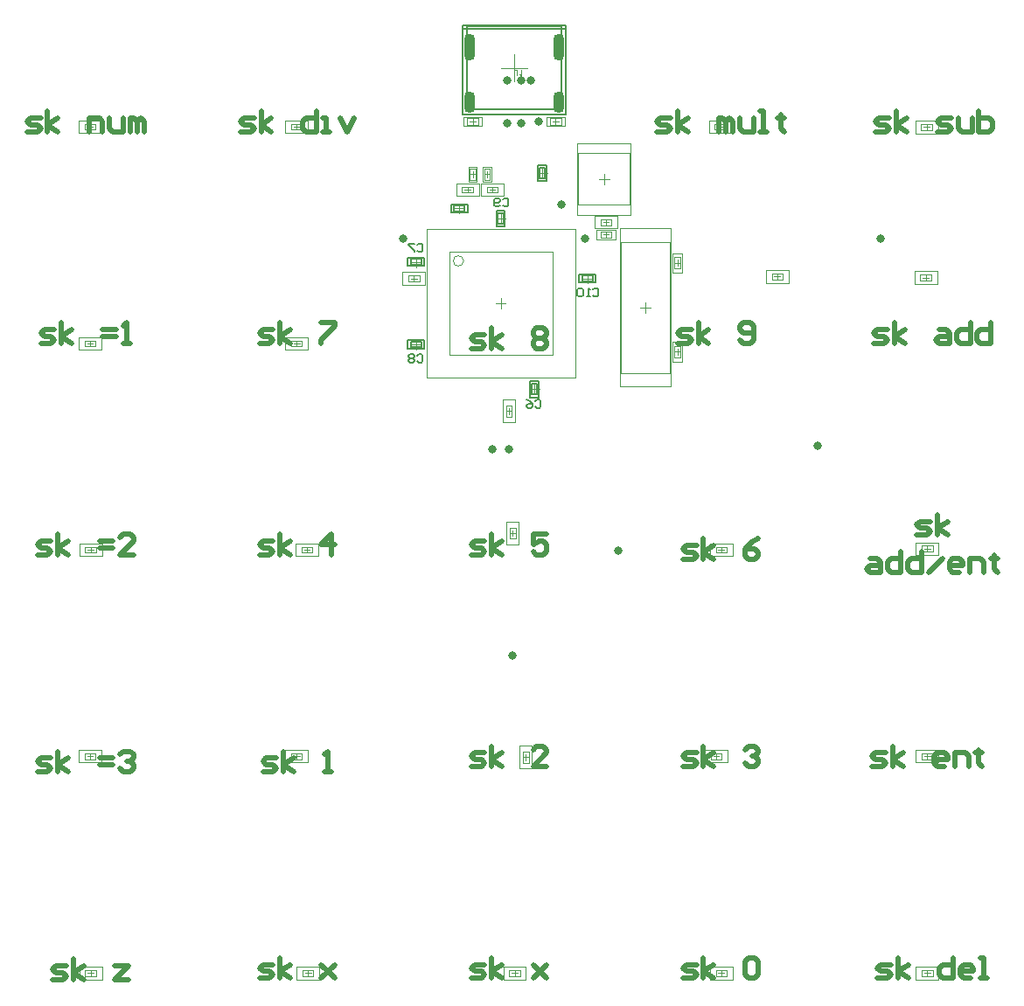
<source format=gts>
G04*
G04 #@! TF.GenerationSoftware,Altium Limited,Altium Designer,20.1.14 (287)*
G04*
G04 Layer_Color=8388736*
%FSLAX25Y25*%
%MOIN*%
G70*
G04*
G04 #@! TF.SameCoordinates,6159EE71-3121-4CAE-BACB-EE203CEA38BF*
G04*
G04*
G04 #@! TF.FilePolarity,Negative*
G04*
G01*
G75*
%ADD10C,0.00394*%
%ADD11C,0.00197*%
%ADD12C,0.00787*%
%ADD13C,0.00600*%
%ADD14C,0.01968*%
G04:AMPARAMS|DCode=15|XSize=43.31mil|YSize=82.68mil|CornerRadius=21.65mil|HoleSize=0mil|Usage=FLASHONLY|Rotation=0.000|XOffset=0mil|YOffset=0mil|HoleType=Round|Shape=RoundedRectangle|*
%AMROUNDEDRECTD15*
21,1,0.04331,0.03937,0,0,0.0*
21,1,0.00000,0.08268,0,0,0.0*
1,1,0.04331,0.00000,-0.01968*
1,1,0.04331,0.00000,-0.01968*
1,1,0.04331,0.00000,0.01968*
1,1,0.04331,0.00000,0.01968*
%
%ADD15ROUNDEDRECTD15*%
G04:AMPARAMS|DCode=16|XSize=43.31mil|YSize=102.36mil|CornerRadius=21.65mil|HoleSize=0mil|Usage=FLASHONLY|Rotation=0.000|XOffset=0mil|YOffset=0mil|HoleType=Round|Shape=RoundedRectangle|*
%AMROUNDEDRECTD16*
21,1,0.04331,0.05906,0,0,0.0*
21,1,0.00000,0.10236,0,0,0.0*
1,1,0.04331,0.00000,-0.02953*
1,1,0.04331,0.00000,-0.02953*
1,1,0.04331,0.00000,0.02953*
1,1,0.04331,0.00000,0.02953*
%
%ADD16ROUNDEDRECTD16*%
%ADD17C,0.03200*%
G36*
X205721Y381373D02*
X205520D01*
X205505Y381404D01*
X205485Y381434D01*
X205444Y381495D01*
X205398Y381552D01*
X205352Y381605D01*
X205330Y381626D01*
X205311Y381648D01*
X205293Y381665D01*
X205278Y381681D01*
X205263Y381694D01*
X205254Y381703D01*
X205248Y381709D01*
X205245Y381711D01*
X205171Y381772D01*
X205093Y381829D01*
X205016Y381879D01*
X204982Y381903D01*
X204947Y381923D01*
X204914Y381942D01*
X204886Y381958D01*
X204860Y381973D01*
X204838Y381984D01*
X204820Y381993D01*
X204805Y381999D01*
X204796Y382003D01*
X204794Y382006D01*
Y382304D01*
X204849Y382282D01*
X204905Y382256D01*
X204960Y382230D01*
X205010Y382204D01*
X205032Y382193D01*
X205054Y382180D01*
X205071Y382171D01*
X205086Y382162D01*
X205099Y382156D01*
X205108Y382150D01*
X205115Y382147D01*
X205117Y382145D01*
X205182Y382106D01*
X205239Y382067D01*
X205289Y382030D01*
X205333Y381999D01*
X205350Y381984D01*
X205365Y381971D01*
X205378Y381960D01*
X205392Y381949D01*
X205400Y381942D01*
X205407Y381936D01*
X205409Y381934D01*
X205411Y381931D01*
Y383896D01*
X205721D01*
Y381373D01*
D02*
G37*
G36*
X203512Y383933D02*
X203586Y383924D01*
X203621Y383915D01*
X203652Y383909D01*
X203682Y383900D01*
X203709Y383891D01*
X203735Y383885D01*
X203756Y383876D01*
X203774Y383867D01*
X203791Y383861D01*
X203802Y383856D01*
X203813Y383852D01*
X203818Y383848D01*
X203820D01*
X203879Y383811D01*
X203926Y383767D01*
X203970Y383723D01*
X204003Y383682D01*
X204029Y383643D01*
X204040Y383628D01*
X204046Y383612D01*
X204053Y383601D01*
X204057Y383590D01*
X204062Y383586D01*
Y383584D01*
X204075Y383549D01*
X204088Y383512D01*
X204107Y383434D01*
X204120Y383353D01*
X204131Y383274D01*
X204134Y383237D01*
X204136Y383205D01*
X204138Y383174D01*
Y383148D01*
X204140Y383126D01*
Y383109D01*
Y383100D01*
Y383096D01*
Y381382D01*
X203807D01*
Y383113D01*
Y383152D01*
X203804Y383189D01*
Y383222D01*
X203802Y383253D01*
X203798Y383281D01*
X203796Y383307D01*
X203794Y383331D01*
X203789Y383353D01*
X203787Y383370D01*
X203783Y383385D01*
X203781Y383399D01*
X203778Y383410D01*
X203776Y383418D01*
X203774Y383425D01*
X203772Y383427D01*
Y383429D01*
X203756Y383464D01*
X203737Y383494D01*
X203717Y383521D01*
X203695Y383542D01*
X203676Y383560D01*
X203661Y383573D01*
X203650Y383582D01*
X203645Y383584D01*
X203610Y383604D01*
X203573Y383617D01*
X203538Y383628D01*
X203504Y383634D01*
X203475Y383638D01*
X203451Y383641D01*
X203430D01*
X203399Y383638D01*
X203368Y383636D01*
X203316Y383623D01*
X203270Y383608D01*
X203233Y383588D01*
X203203Y383569D01*
X203181Y383551D01*
X203174Y383545D01*
X203168Y383540D01*
X203166Y383538D01*
X203164Y383536D01*
X203146Y383514D01*
X203131Y383488D01*
X203118Y383460D01*
X203107Y383429D01*
X203087Y383364D01*
X203074Y383298D01*
X203070Y383268D01*
X203065Y383237D01*
X203063Y383211D01*
X203061Y383187D01*
X203059Y383168D01*
X203057Y383154D01*
Y383143D01*
Y383141D01*
X202756Y383183D01*
Y383250D01*
X202760Y383314D01*
X202769Y383375D01*
X202778Y383429D01*
X202791Y383479D01*
X202806Y383527D01*
X202821Y383569D01*
X202836Y383606D01*
X202852Y383638D01*
X202869Y383667D01*
X202882Y383693D01*
X202895Y383713D01*
X202908Y383728D01*
X202917Y383739D01*
X202922Y383745D01*
X202924Y383747D01*
X202959Y383780D01*
X202996Y383811D01*
X203037Y383835D01*
X203079Y383856D01*
X203120Y383876D01*
X203161Y383891D01*
X203203Y383902D01*
X203244Y383913D01*
X203281Y383922D01*
X203318Y383926D01*
X203349Y383930D01*
X203377Y383935D01*
X203399D01*
X203416Y383937D01*
X203432D01*
X203512Y383933D01*
D02*
G37*
D10*
X183465Y311024D02*
G03*
X183465Y311024I-1969J0D01*
G01*
X300959Y306114D02*
X305093D01*
X300959Y303948D02*
X305093D01*
Y306114D01*
X300959Y303948D02*
Y306114D01*
X203306Y205177D02*
Y209311D01*
X201140Y205177D02*
Y209311D01*
Y205177D02*
X203306D01*
X201140Y209311D02*
X203306D01*
X199709Y255790D02*
X201875D01*
X199709Y251656D02*
X201875D01*
X199709D02*
Y255790D01*
X201875Y251656D02*
Y255790D01*
X243504Y318307D02*
X262008D01*
X243504Y268307D02*
X262008D01*
Y318307D01*
X243504Y268307D02*
Y318307D01*
X277658Y120965D02*
X281791D01*
X277658Y123130D02*
X281791D01*
X277658Y120965D02*
Y123130D01*
X281791Y120965D02*
Y123130D01*
X279626Y38287D02*
X283760D01*
X279626Y40453D02*
X283760D01*
X279626Y38287D02*
Y40453D01*
X283760Y38287D02*
Y40453D01*
X200886Y38287D02*
X205020D01*
X200886Y40453D02*
X205020D01*
X200886Y38287D02*
Y40453D01*
X205020Y38287D02*
Y40453D01*
X279232Y361122D02*
X283366D01*
X279232Y363287D02*
X283366D01*
X279232Y361122D02*
Y363287D01*
X283366Y361122D02*
Y363287D01*
X39272Y38287D02*
X43406D01*
X39272Y40453D02*
X43406D01*
X39272Y38287D02*
Y40453D01*
X43406Y38287D02*
Y40453D01*
X39075Y120965D02*
X43209D01*
X39075Y123130D02*
X43209D01*
X39075Y120965D02*
Y123130D01*
X43209Y120965D02*
Y123130D01*
X121752Y199705D02*
X125886D01*
X121752Y201870D02*
X125886D01*
X121752Y199705D02*
Y201870D01*
X125886Y199705D02*
Y201870D01*
X39075Y278445D02*
X43209D01*
X39075Y280610D02*
X43209D01*
X39075Y278445D02*
Y280610D01*
X43209Y278445D02*
Y280610D01*
X117815Y361122D02*
X121949D01*
X117815Y363287D02*
X121949D01*
X117815Y361122D02*
Y363287D01*
X121949Y361122D02*
Y363287D01*
X216339Y362992D02*
Y365354D01*
X220669Y362992D02*
Y365354D01*
X216339Y362992D02*
X220669D01*
X216339Y365354D02*
X220669D01*
X263779Y278543D02*
X266142D01*
X263779Y274213D02*
X266142D01*
X263779D02*
Y278543D01*
X266142Y274213D02*
Y278543D01*
X235728Y319941D02*
X239862D01*
X235728Y322106D02*
X239862D01*
X235728Y319941D02*
Y322106D01*
X239862Y319941D02*
Y322106D01*
X185886Y341988D02*
X188051D01*
X185886Y346122D02*
X188051D01*
Y341988D02*
Y346122D01*
X185886Y341988D02*
Y346122D01*
X235728Y326831D02*
X239862D01*
X235728Y324665D02*
X239862D01*
Y326831D01*
X235728Y324665D02*
Y326831D01*
X182933Y337067D02*
X187067D01*
X182933Y339232D02*
X187067D01*
X182933Y337067D02*
Y339232D01*
X187067Y337067D02*
Y339232D01*
X177953Y314567D02*
X217323D01*
X177953Y275197D02*
X217323D01*
X177953D02*
Y314567D01*
X217323Y275197D02*
Y314567D01*
X227165Y332441D02*
X246850D01*
X227165Y352126D02*
X246850D01*
Y332441D02*
Y352126D01*
X227165Y332441D02*
Y352126D01*
X358169Y123130D02*
X362303D01*
X358169Y120965D02*
X362303D01*
Y123130D01*
X358169Y120965D02*
Y123130D01*
Y40453D02*
X362303D01*
X358169Y38287D02*
X362303D01*
Y40453D01*
X358169Y38287D02*
Y40453D01*
X357893Y363115D02*
X362027D01*
X357893Y360949D02*
X362027D01*
Y363115D01*
X357893Y360949D02*
Y363115D01*
X357601Y305737D02*
X361735D01*
X357601Y303571D02*
X361735D01*
Y305737D01*
X357601Y303571D02*
Y305737D01*
X208307Y119622D02*
Y123756D01*
X206142Y119622D02*
Y123756D01*
Y119622D02*
X208307D01*
X206142Y123756D02*
X208307D01*
X122146Y38287D02*
X126279D01*
X122146Y40453D02*
X126279D01*
X122146Y38287D02*
Y40453D01*
X126279Y38287D02*
Y40453D01*
X117815Y120965D02*
X121949D01*
X117815Y123130D02*
X121949D01*
X117815Y120965D02*
Y123130D01*
X121949Y120965D02*
Y123130D01*
X39272Y199705D02*
X43406D01*
X39272Y201870D02*
X43406D01*
X39272Y199705D02*
Y201870D01*
X43406Y199705D02*
Y201870D01*
X117815Y278445D02*
X121949D01*
X117815Y280610D02*
X121949D01*
X117815Y278445D02*
Y280610D01*
X121949Y278445D02*
Y280610D01*
X39075Y361122D02*
X43209D01*
X39075Y363287D02*
X43209D01*
X39075Y361122D02*
Y363287D01*
X43209Y361122D02*
Y363287D01*
X279626Y199705D02*
X283760D01*
X279626Y201870D02*
X283760D01*
X279626Y199705D02*
Y201870D01*
X283760Y199705D02*
Y201870D01*
X189173Y362992D02*
Y365354D01*
X184843Y362992D02*
Y365354D01*
X189173D01*
X184843Y362992D02*
X189173D01*
X162500Y303248D02*
Y305413D01*
X166634Y303248D02*
Y305413D01*
X162500Y303248D02*
X166634D01*
X162500Y305413D02*
X166634D01*
X191398Y341988D02*
Y346122D01*
X193563Y341988D02*
Y346122D01*
X191398D02*
X193563D01*
X191398Y341988D02*
X193563D01*
X263779Y308071D02*
X266142D01*
X263779Y312402D02*
X266142D01*
Y308071D02*
Y312402D01*
X263779Y308071D02*
Y312402D01*
X358210Y200215D02*
Y202381D01*
X362343Y200215D02*
Y202381D01*
X358210Y200215D02*
X362343D01*
X358210Y202381D02*
X362343D01*
X192382Y337067D02*
X196516D01*
X192382Y339232D02*
X196516D01*
X192382Y337067D02*
Y339232D01*
X196516Y337067D02*
Y339232D01*
X252756Y291339D02*
Y295276D01*
X250787Y293307D02*
X254724D01*
X217323Y364173D02*
X219685D01*
X218504Y362992D02*
Y365354D01*
X264961Y275197D02*
Y277559D01*
X263779Y276378D02*
X266142D01*
X237795Y319941D02*
Y322106D01*
X236713Y321024D02*
X238878D01*
X186969Y342972D02*
Y345138D01*
X185886Y344055D02*
X188051D01*
X237795Y324665D02*
Y326831D01*
X236713Y325748D02*
X238878D01*
X185000Y337067D02*
Y339232D01*
X183917Y338150D02*
X186083D01*
X197638Y292913D02*
Y296850D01*
X195669Y294882D02*
X199606D01*
X235039Y342284D02*
X238976D01*
X237008Y340315D02*
Y344252D01*
X185827Y364173D02*
X188189D01*
X187008Y362992D02*
Y365354D01*
X163484Y304331D02*
X165650D01*
X164567Y303248D02*
Y305413D01*
X191398Y344055D02*
X193563D01*
X192480Y342972D02*
Y345138D01*
X264961Y309055D02*
Y311417D01*
X263779Y310236D02*
X266142D01*
X194449Y337067D02*
Y339232D01*
X193366Y338150D02*
X195531D01*
X197642Y384646D02*
X207870D01*
X202756Y379532D02*
Y389760D01*
X211446Y344529D02*
X215384D01*
X213415Y342561D02*
Y346498D01*
X181876Y329050D02*
Y332987D01*
X179907Y331019D02*
X183844D01*
X197638Y325197D02*
Y329134D01*
X195669Y327165D02*
X199606D01*
X163386Y310630D02*
X167323D01*
X165354Y308661D02*
Y312598D01*
X228740Y304331D02*
X232677D01*
X230709Y302362D02*
Y306299D01*
X163386Y279134D02*
X167323D01*
X165354Y277165D02*
Y281102D01*
X210386Y260189D02*
Y264126D01*
X208418Y262158D02*
X212354D01*
D11*
X303026Y303948D02*
Y306114D01*
X301943Y305031D02*
X304108D01*
X298695Y307393D02*
X307356D01*
X298695Y302669D02*
X307356D01*
Y307393D01*
X298695Y302669D02*
Y307393D01*
X201140Y207244D02*
X203306D01*
X202223Y206161D02*
Y208326D01*
X204585Y202913D02*
Y211574D01*
X199861Y202913D02*
Y211574D01*
Y202913D02*
X204585D01*
X199861Y211574D02*
X204585D01*
X198430Y258054D02*
X203154D01*
X198430Y249392D02*
X203154D01*
X198430D02*
Y258054D01*
X203154Y249392D02*
Y258054D01*
X200792Y252640D02*
Y254806D01*
X199709Y253723D02*
X201875D01*
X243110Y263189D02*
Y323425D01*
X262402Y263189D02*
Y323425D01*
X243110Y263189D02*
X262402D01*
X243110Y323425D02*
X262402D01*
X279724Y120965D02*
Y123130D01*
X278642Y122047D02*
X280807D01*
X275394Y119685D02*
X284055D01*
X275394Y124409D02*
X284055D01*
X275394Y119685D02*
Y124409D01*
X284055Y119685D02*
Y124409D01*
X281693Y38287D02*
Y40453D01*
X280610Y39370D02*
X282776D01*
X277362Y37008D02*
X286024D01*
X277362Y41732D02*
X286024D01*
X277362Y37008D02*
Y41732D01*
X286024Y37008D02*
Y41732D01*
X202953Y38287D02*
Y40453D01*
X201870Y39370D02*
X204035D01*
X198622Y37008D02*
X207283D01*
X198622Y41732D02*
X207283D01*
X198622Y37008D02*
Y41732D01*
X207283Y37008D02*
Y41732D01*
X281299Y361122D02*
Y363287D01*
X280217Y362205D02*
X282382D01*
X276969Y359842D02*
X285630D01*
X276969Y364567D02*
X285630D01*
X276969Y359842D02*
Y364567D01*
X285630Y359842D02*
Y364567D01*
X41339Y38287D02*
Y40453D01*
X40256Y39370D02*
X42421D01*
X37008Y37008D02*
X45669D01*
X37008Y41732D02*
X45669D01*
X37008Y37008D02*
Y41732D01*
X45669Y37008D02*
Y41732D01*
X41142Y120965D02*
Y123130D01*
X40059Y122047D02*
X42224D01*
X36811Y119685D02*
X45472D01*
X36811Y124409D02*
X45472D01*
X36811Y119685D02*
Y124409D01*
X45472Y119685D02*
Y124409D01*
X123819Y199705D02*
Y201870D01*
X122736Y200787D02*
X124902D01*
X119488Y198425D02*
X128150D01*
X119488Y203150D02*
X128150D01*
X119488Y198425D02*
Y203150D01*
X128150Y198425D02*
Y203150D01*
X41142Y278445D02*
Y280610D01*
X40059Y279528D02*
X42224D01*
X36811Y277165D02*
X45472D01*
X36811Y281890D02*
X45472D01*
X36811Y277165D02*
Y281890D01*
X45472Y277165D02*
Y281890D01*
X119882Y361122D02*
Y363287D01*
X118799Y362205D02*
X120965D01*
X115551Y359842D02*
X124213D01*
X115551Y364567D02*
X124213D01*
X115551Y359842D02*
Y364567D01*
X124213Y359842D02*
Y364567D01*
X214961Y362402D02*
Y365945D01*
X222047Y362402D02*
Y365945D01*
X214961Y362402D02*
X222047D01*
X214961Y365945D02*
X222047D01*
X262992Y280118D02*
X266929D01*
X262992Y272638D02*
X266929D01*
X262992D02*
Y280118D01*
X266929Y272638D02*
Y280118D01*
X234252Y319252D02*
X241339D01*
X234252Y322795D02*
X241339D01*
X234252Y319252D02*
Y322795D01*
X241339Y319252D02*
Y322795D01*
X185394Y341102D02*
X188543D01*
X185394Y347008D02*
X188543D01*
Y341102D02*
Y347008D01*
X185394Y341102D02*
Y347008D01*
X233465Y328110D02*
X242126D01*
X233465Y323386D02*
X242126D01*
Y328110D01*
X233465Y323386D02*
Y328110D01*
X180669Y335787D02*
X189331D01*
X180669Y340512D02*
X189331D01*
X180669Y335787D02*
Y340512D01*
X189331Y335787D02*
Y340512D01*
X169291Y323228D02*
X225984D01*
X169291Y266535D02*
X225984D01*
X169291D02*
Y323228D01*
X225984Y266535D02*
Y323228D01*
X226772Y328563D02*
X247244D01*
X226772D02*
Y356004D01*
X247244Y328563D02*
Y356004D01*
X226772D02*
X247244D01*
X360236Y120965D02*
Y123130D01*
X359154Y122047D02*
X361319D01*
X355906Y124409D02*
X364567D01*
X355906Y119685D02*
X364567D01*
Y124409D01*
X355906Y119685D02*
Y124409D01*
X360236Y38287D02*
Y40453D01*
X359154Y39370D02*
X361319D01*
X355906Y41732D02*
X364567D01*
X355906Y37008D02*
X364567D01*
Y41732D01*
X355906Y37008D02*
Y41732D01*
X359960Y360949D02*
Y363115D01*
X358877Y362032D02*
X361043D01*
X355629Y364394D02*
X364291D01*
X355629Y359670D02*
X364291D01*
Y364394D01*
X355629Y359670D02*
Y364394D01*
X359668Y303571D02*
Y305737D01*
X358585Y304654D02*
X360751D01*
X355337Y307016D02*
X363999D01*
X355337Y302292D02*
X363999D01*
Y307016D01*
X355337Y302292D02*
Y307016D01*
X206142Y121689D02*
X208307D01*
X207224Y120606D02*
Y122772D01*
X209587Y117358D02*
Y126020D01*
X204862Y117358D02*
Y126020D01*
Y117358D02*
X209587D01*
X204862Y126020D02*
X209587D01*
X124213Y38287D02*
Y40453D01*
X123130Y39370D02*
X125295D01*
X119882Y37008D02*
X128543D01*
X119882Y41732D02*
X128543D01*
X119882Y37008D02*
Y41732D01*
X128543Y37008D02*
Y41732D01*
X119882Y120965D02*
Y123130D01*
X118799Y122047D02*
X120965D01*
X115551Y119685D02*
X124213D01*
X115551Y124409D02*
X124213D01*
X115551Y119685D02*
Y124409D01*
X124213Y119685D02*
Y124409D01*
X41339Y199705D02*
Y201870D01*
X40256Y200787D02*
X42421D01*
X37008Y198425D02*
X45669D01*
X37008Y203150D02*
X45669D01*
X37008Y198425D02*
Y203150D01*
X45669Y198425D02*
Y203150D01*
X119882Y278445D02*
Y280610D01*
X118799Y279528D02*
X120965D01*
X115551Y277165D02*
X124213D01*
X115551Y281890D02*
X124213D01*
X115551Y277165D02*
Y281890D01*
X124213Y277165D02*
Y281890D01*
X41142Y361122D02*
Y363287D01*
X40059Y362205D02*
X42224D01*
X36811Y359842D02*
X45472D01*
X36811Y364567D02*
X45472D01*
X36811Y359842D02*
Y364567D01*
X45472Y359842D02*
Y364567D01*
X281693Y199705D02*
Y201870D01*
X280610Y200787D02*
X282776D01*
X277362Y198425D02*
X286024D01*
X277362Y203150D02*
X286024D01*
X277362Y198425D02*
Y203150D01*
X286024Y198425D02*
Y203150D01*
X190551Y362402D02*
Y365945D01*
X183465Y362402D02*
Y365945D01*
X190551D01*
X183465Y362402D02*
X190551D01*
X160236Y301969D02*
Y306693D01*
X168898Y301969D02*
Y306693D01*
X160236Y301969D02*
X168898D01*
X160236Y306693D02*
X168898D01*
X190905Y341102D02*
Y347008D01*
X194055Y341102D02*
Y347008D01*
X190905D02*
X194055D01*
X190905Y341102D02*
X194055D01*
X262992Y306496D02*
X266929D01*
X262992Y313976D02*
X266929D01*
Y306496D02*
Y313976D01*
X262992Y306496D02*
Y313976D01*
X355946Y198936D02*
Y203660D01*
X364607Y198936D02*
Y203660D01*
X355946Y198936D02*
X364607D01*
X355946Y203660D02*
X364607D01*
X359194Y201298D02*
X361359D01*
X360277Y200215D02*
Y202381D01*
X190118Y335787D02*
X198779D01*
X190118Y340512D02*
X198779D01*
X190118Y335787D02*
Y340512D01*
X198779Y335787D02*
Y340512D01*
D12*
X183189Y366890D02*
X222323D01*
Y400984D01*
X183189D02*
X222323D01*
X183189Y366890D02*
Y400984D01*
X211840Y341380D02*
X214990D01*
X211840D02*
Y347679D01*
X214990D01*
Y341380D02*
Y347679D01*
X185025Y329444D02*
Y332594D01*
X178726Y329444D02*
X185025D01*
X178726D02*
Y332594D01*
X185025D01*
X199213Y324016D02*
Y330315D01*
X196063D02*
X199213D01*
X196063Y324016D02*
Y330315D01*
Y324016D02*
X199213D01*
X162205Y312205D02*
X168504D01*
X162205Y309055D02*
Y312205D01*
Y309055D02*
X168504D01*
Y312205D01*
X227559Y302756D02*
X233858D01*
Y305906D01*
X227559D02*
X233858D01*
X227559Y302756D02*
Y305906D01*
X162205Y280709D02*
X168504D01*
X162205Y277559D02*
Y280709D01*
Y277559D02*
X168504D01*
Y280709D01*
X208811Y259008D02*
Y265307D01*
Y259008D02*
X211961D01*
Y265307D01*
X208811D02*
X211961D01*
X183189Y366890D02*
X222323D01*
Y400984D01*
X183189D02*
X222323D01*
X183189Y366890D02*
Y400984D01*
X211840Y341380D02*
X214990D01*
X211840D02*
Y347679D01*
X214990D01*
Y341380D02*
Y347679D01*
X185025Y329444D02*
Y332594D01*
X178726Y329444D02*
X185025D01*
X178726D02*
Y332594D01*
X185025D01*
X199213Y324016D02*
Y330315D01*
X196063D02*
X199213D01*
X196063Y324016D02*
Y330315D01*
Y324016D02*
X199213D01*
X162205Y312205D02*
X168504D01*
X162205Y309055D02*
Y312205D01*
Y309055D02*
X168504D01*
Y312205D01*
X227559Y302756D02*
X233858D01*
Y305906D01*
X227559D02*
X233858D01*
X227559Y302756D02*
Y305906D01*
X162205Y280709D02*
X168504D01*
X162205Y277559D02*
Y280709D01*
Y277559D02*
X168504D01*
Y280709D01*
X208811Y259008D02*
Y265307D01*
Y259008D02*
X211961D01*
Y265307D01*
X208811D02*
X211961D01*
X184764Y368701D02*
X220748D01*
Y400591D01*
X184764D02*
X220748D01*
X184764Y368701D02*
Y400591D01*
X183189Y399488D02*
X222323D01*
X212332Y342462D02*
X214498D01*
X212332D02*
Y346596D01*
X214498D01*
Y342462D02*
Y346596D01*
X183943Y329936D02*
Y332102D01*
X179809Y329936D02*
X183943D01*
X179809D02*
Y332102D01*
X183943D01*
X198721Y325098D02*
Y329232D01*
X196555D02*
X198721D01*
X196555Y325098D02*
Y329232D01*
Y325098D02*
X198721D01*
X163287Y311713D02*
X167421D01*
X163287Y309547D02*
Y311713D01*
Y309547D02*
X167421D01*
Y311713D01*
X228642Y303248D02*
X232776D01*
Y305413D01*
X228642D02*
X232776D01*
X228642Y303248D02*
Y305413D01*
X163287Y280217D02*
X167421D01*
X163287Y278051D02*
Y280217D01*
Y278051D02*
X167421D01*
Y280217D01*
X209303Y260091D02*
Y264225D01*
Y260091D02*
X211469D01*
Y264225D01*
X209303D02*
X211469D01*
D13*
X198449Y334368D02*
X198982Y334901D01*
X200048D01*
X200581Y334368D01*
Y332236D01*
X200048Y331702D01*
X198982D01*
X198449Y332236D01*
X197382D02*
X196849Y331702D01*
X195783D01*
X195249Y332236D01*
Y334368D01*
X195783Y334901D01*
X196849D01*
X197382Y334368D01*
Y333835D01*
X196849Y333302D01*
X195249D01*
X165771Y317045D02*
X166304Y317579D01*
X167371D01*
X167904Y317045D01*
Y314913D01*
X167371Y314380D01*
X166304D01*
X165771Y314913D01*
X164705Y317579D02*
X162572D01*
Y317045D01*
X164705Y314913D01*
Y314380D01*
X232700Y300116D02*
X233234Y300649D01*
X234300D01*
X234833Y300116D01*
Y297984D01*
X234300Y297450D01*
X233234D01*
X232700Y297984D01*
X231634Y297450D02*
X230568D01*
X231101D01*
Y300649D01*
X231634Y300116D01*
X228968D02*
X228435Y300649D01*
X227369D01*
X226836Y300116D01*
Y297984D01*
X227369Y297450D01*
X228435D01*
X228968Y297984D01*
Y300116D01*
X165771Y274919D02*
X166304Y275452D01*
X167371D01*
X167904Y274919D01*
Y272787D01*
X167371Y272253D01*
X166304D01*
X165771Y272787D01*
X164705Y274919D02*
X164172Y275452D01*
X163105D01*
X162572Y274919D01*
Y274386D01*
X163105Y273853D01*
X162572Y273320D01*
Y272787D01*
X163105Y272253D01*
X164172D01*
X164705Y272787D01*
Y273320D01*
X164172Y273853D01*
X164705Y274386D01*
Y274919D01*
X164172Y273853D02*
X163105D01*
X210803Y257550D02*
X211336Y258083D01*
X212403D01*
X212936Y257550D01*
Y255417D01*
X212403Y254884D01*
X211336D01*
X210803Y255417D01*
X207604Y258083D02*
X208670Y257550D01*
X209737Y256483D01*
Y255417D01*
X209204Y254884D01*
X208137D01*
X207604Y255417D01*
Y255950D01*
X208137Y256483D01*
X209737D01*
D14*
X356174Y206426D02*
X360110D01*
X361422Y207738D01*
X360110Y209050D01*
X357486D01*
X356174Y210362D01*
X357486Y211674D01*
X361422D01*
X364046Y206426D02*
Y214298D01*
Y209050D02*
X367981Y211674D01*
X364046Y209050D02*
X367981Y206426D01*
X338463Y197503D02*
X341087D01*
X342399Y196192D01*
Y192256D01*
X338463D01*
X337152Y193568D01*
X338463Y194880D01*
X342399D01*
X350271Y200127D02*
Y192256D01*
X346335D01*
X345023Y193568D01*
Y196192D01*
X346335Y197503D01*
X350271D01*
X358142Y200127D02*
Y192256D01*
X354206D01*
X352894Y193568D01*
Y196192D01*
X354206Y197503D01*
X358142D01*
X360766Y192256D02*
X366014Y197503D01*
X372573Y192256D02*
X369949D01*
X368637Y193568D01*
Y196192D01*
X369949Y197503D01*
X372573D01*
X373885Y196192D01*
Y194880D01*
X368637D01*
X376509Y192256D02*
Y197503D01*
X380445D01*
X381756Y196192D01*
Y192256D01*
X385692Y198815D02*
Y197503D01*
X384380D01*
X387004D01*
X385692D01*
Y193568D01*
X387004Y192256D01*
X339246Y118110D02*
X343181D01*
X344493Y119422D01*
X343181Y120734D01*
X340558D01*
X339246Y122046D01*
X340558Y123358D01*
X344493D01*
X347117Y118110D02*
Y125982D01*
Y120734D02*
X351053Y123358D01*
X347117Y120734D02*
X351053Y118110D01*
X366796D02*
X364172D01*
X362860Y119422D01*
Y122046D01*
X364172Y123358D01*
X366796D01*
X368108Y122046D01*
Y120734D01*
X362860D01*
X370731Y118110D02*
Y123358D01*
X374667D01*
X375979Y122046D01*
Y118110D01*
X379915Y124670D02*
Y123358D01*
X378603D01*
X381227D01*
X379915D01*
Y119422D01*
X381227Y118110D01*
X341214Y37402D02*
X345150D01*
X346462Y38713D01*
X345150Y40025D01*
X342526D01*
X341214Y41337D01*
X342526Y42649D01*
X346462D01*
X349086Y37402D02*
Y45273D01*
Y40025D02*
X353021Y42649D01*
X349086Y40025D02*
X353021Y37402D01*
X370076Y45273D02*
Y37402D01*
X366141D01*
X364828Y38713D01*
Y41337D01*
X366141Y42649D01*
X370076D01*
X376636Y37402D02*
X374012D01*
X372700Y38713D01*
Y41337D01*
X374012Y42649D01*
X376636D01*
X377948Y41337D01*
Y40025D01*
X372700D01*
X380572Y37402D02*
X383195D01*
X381883D01*
Y45273D01*
X380572D01*
X267065Y37402D02*
X271001D01*
X272313Y38713D01*
X271001Y40025D01*
X268377D01*
X267065Y41337D01*
X268377Y42649D01*
X272313D01*
X274937Y37402D02*
Y45273D01*
Y40025D02*
X278872Y42649D01*
X274937Y40025D02*
X278872Y37402D01*
X290680Y43961D02*
X291991Y45273D01*
X294615D01*
X295927Y43961D01*
Y38713D01*
X294615Y37402D01*
X291991D01*
X290680Y38713D01*
Y43961D01*
X267065Y118110D02*
X271001D01*
X272313Y119422D01*
X271001Y120734D01*
X268377D01*
X267065Y122046D01*
X268377Y123358D01*
X272313D01*
X274937Y118110D02*
Y125982D01*
Y120734D02*
X278872Y123358D01*
X274937Y120734D02*
X278872Y118110D01*
X290680Y124670D02*
X291991Y125982D01*
X294615D01*
X295927Y124670D01*
Y123358D01*
X294615Y122046D01*
X293303D01*
X294615D01*
X295927Y120734D01*
Y119422D01*
X294615Y118110D01*
X291991D01*
X290680Y119422D01*
X267065Y197244D02*
X271001D01*
X272313Y198556D01*
X271001Y199868D01*
X268377D01*
X267065Y201180D01*
X268377Y202492D01*
X272313D01*
X274937Y197244D02*
Y205116D01*
Y199868D02*
X278872Y202492D01*
X274937Y199868D02*
X278872Y197244D01*
X295927Y205116D02*
X293303Y203804D01*
X290680Y201180D01*
Y198556D01*
X291991Y197244D01*
X294615D01*
X295927Y198556D01*
Y199868D01*
X294615Y201180D01*
X290680D01*
X186356Y37402D02*
X190292D01*
X191604Y38713D01*
X190292Y40025D01*
X187668D01*
X186356Y41337D01*
X187668Y42649D01*
X191604D01*
X194228Y37402D02*
Y45273D01*
Y40025D02*
X198164Y42649D01*
X194228Y40025D02*
X198164Y37402D01*
X209971Y42649D02*
X215218Y37402D01*
X212595Y40025D01*
X215218Y42649D01*
X209971Y37402D01*
X186356Y118110D02*
X190292D01*
X191604Y119422D01*
X190292Y120734D01*
X187668D01*
X186356Y122046D01*
X187668Y123358D01*
X191604D01*
X194228Y118110D02*
Y125982D01*
Y120734D02*
X198164Y123358D01*
X194228Y120734D02*
X198164Y118110D01*
X215218D02*
X209971D01*
X215218Y123358D01*
Y124670D01*
X213907Y125982D01*
X211283D01*
X209971Y124670D01*
X186356Y198819D02*
X190292D01*
X191604Y200131D01*
X190292Y201443D01*
X187668D01*
X186356Y202755D01*
X187668Y204067D01*
X191604D01*
X194228Y198819D02*
Y206690D01*
Y201443D02*
X198164Y204067D01*
X194228Y201443D02*
X198164Y198819D01*
X215218Y206690D02*
X209971D01*
Y202755D01*
X212595Y204067D01*
X213907D01*
X215218Y202755D01*
Y200131D01*
X213907Y198819D01*
X211283D01*
X209971Y200131D01*
X105648Y198819D02*
X109583D01*
X110895Y200131D01*
X109583Y201443D01*
X106960D01*
X105648Y202755D01*
X106960Y204066D01*
X110895D01*
X113519Y198819D02*
Y206690D01*
Y201443D02*
X117455Y204066D01*
X113519Y201443D02*
X117455Y198819D01*
X133198D02*
Y206690D01*
X129262Y202755D01*
X134510D01*
X106960Y116142D02*
X110895D01*
X112207Y117454D01*
X110895Y118766D01*
X108272D01*
X106960Y120078D01*
X108272Y121389D01*
X112207D01*
X114831Y116142D02*
Y124013D01*
Y118766D02*
X118767Y121389D01*
X114831Y118766D02*
X118767Y116142D01*
X130574D02*
X133198D01*
X131886D01*
Y124013D01*
X130574Y122701D01*
X105648Y37402D02*
X109583D01*
X110895Y38713D01*
X109583Y40025D01*
X106960D01*
X105648Y41337D01*
X106960Y42649D01*
X110895D01*
X113519Y37402D02*
Y45273D01*
Y40025D02*
X117455Y42649D01*
X113519Y40025D02*
X117455Y37402D01*
X129262Y42649D02*
X134510Y37402D01*
X131886Y40025D01*
X134510Y42649D01*
X129262Y37402D01*
X26941Y36970D02*
X30877D01*
X32189Y38281D01*
X30877Y39593D01*
X28253D01*
X26941Y40905D01*
X28253Y42217D01*
X32189D01*
X34813Y36970D02*
Y44841D01*
Y39593D02*
X38748Y42217D01*
X34813Y39593D02*
X38748Y36970D01*
X50556Y42217D02*
X55803D01*
X50556Y36970D01*
X55803D01*
X21003Y116142D02*
X24939D01*
X26251Y117454D01*
X24939Y118766D01*
X22315D01*
X21003Y120078D01*
X22315Y121389D01*
X26251D01*
X28875Y116142D02*
Y124013D01*
Y118766D02*
X32811Y121389D01*
X28875Y118766D02*
X32811Y116142D01*
X44618Y118766D02*
X49865D01*
X44618Y121389D02*
X49865D01*
X52489Y122701D02*
X53801Y124013D01*
X56425D01*
X57737Y122701D01*
Y121389D01*
X56425Y120078D01*
X55113D01*
X56425D01*
X57737Y118766D01*
Y117454D01*
X56425Y116142D01*
X53801D01*
X52489Y117454D01*
X21003Y198819D02*
X24939D01*
X26251Y200131D01*
X24939Y201443D01*
X22315D01*
X21003Y202755D01*
X22315Y204066D01*
X26251D01*
X28875Y198819D02*
Y206690D01*
Y201443D02*
X32811Y204066D01*
X28875Y201443D02*
X32811Y198819D01*
X44618Y201443D02*
X49865D01*
X44618Y204066D02*
X49865D01*
X57737Y198819D02*
X52489D01*
X57737Y204066D01*
Y205379D01*
X56425Y206690D01*
X53801D01*
X52489Y205379D01*
X339902Y279528D02*
X343838D01*
X345150Y280839D01*
X343838Y282151D01*
X341214D01*
X339902Y283463D01*
X341214Y284775D01*
X345150D01*
X347774Y279528D02*
Y287399D01*
Y282151D02*
X351709Y284775D01*
X347774Y282151D02*
X351709Y279528D01*
X364828Y284775D02*
X367452D01*
X368764Y283463D01*
Y279528D01*
X364828D01*
X363517Y280839D01*
X364828Y282151D01*
X368764D01*
X376636Y287399D02*
Y279528D01*
X372700D01*
X371388Y280839D01*
Y283463D01*
X372700Y284775D01*
X376636D01*
X384507Y287399D02*
Y279528D01*
X380572D01*
X379260Y280839D01*
Y283463D01*
X380572Y284775D01*
X384507D01*
X265096Y279528D02*
X269032D01*
X270344Y280839D01*
X269032Y282151D01*
X266408D01*
X265096Y283463D01*
X266408Y284775D01*
X270344D01*
X272968Y279528D02*
Y287399D01*
Y282151D02*
X276904Y284775D01*
X272968Y282151D02*
X276904Y279528D01*
X288711Y280839D02*
X290023Y279528D01*
X292647D01*
X293959Y280839D01*
Y286087D01*
X292647Y287399D01*
X290023D01*
X288711Y286087D01*
Y284775D01*
X290023Y283463D01*
X293959D01*
X186356Y277559D02*
X190292D01*
X191604Y278871D01*
X190292Y280183D01*
X187668D01*
X186356Y281495D01*
X187668Y282807D01*
X191604D01*
X194228Y277559D02*
Y285431D01*
Y280183D02*
X198164Y282807D01*
X194228Y280183D02*
X198164Y277559D01*
X209971Y284119D02*
X211283Y285431D01*
X213907D01*
X215218Y284119D01*
Y282807D01*
X213907Y281495D01*
X215218Y280183D01*
Y278871D01*
X213907Y277559D01*
X211283D01*
X209971Y278871D01*
Y280183D01*
X211283Y281495D01*
X209971Y282807D01*
Y284119D01*
X211283Y281495D02*
X213907D01*
X105648Y279528D02*
X109583D01*
X110895Y280839D01*
X109583Y282151D01*
X106960D01*
X105648Y283463D01*
X106960Y284775D01*
X110895D01*
X113519Y279528D02*
Y287399D01*
Y282151D02*
X117455Y284775D01*
X113519Y282151D02*
X117455Y279528D01*
X129262Y287399D02*
X134510D01*
Y286087D01*
X129262Y280839D01*
Y279528D01*
X22315D02*
X26251D01*
X27563Y280839D01*
X26251Y282151D01*
X23627D01*
X22315Y283463D01*
X23627Y284775D01*
X27563D01*
X30187Y279528D02*
Y287399D01*
Y282151D02*
X34122Y284775D01*
X30187Y282151D02*
X34122Y279528D01*
X45930Y282151D02*
X51177D01*
X45930Y284775D02*
X51177D01*
X53801Y279528D02*
X56425D01*
X55113D01*
Y287399D01*
X53801Y286087D01*
X340551Y360236D02*
X344487D01*
X345799Y361548D01*
X344487Y362860D01*
X341863D01*
X340551Y364172D01*
X341863Y365484D01*
X345799D01*
X348423Y360236D02*
Y368108D01*
Y362860D02*
X352358Y365484D01*
X348423Y362860D02*
X352358Y360236D01*
X364166D02*
X368101D01*
X369413Y361548D01*
X368101Y362860D01*
X365477D01*
X364166Y364172D01*
X365477Y365484D01*
X369413D01*
X372037D02*
Y361548D01*
X373349Y360236D01*
X377285D01*
Y365484D01*
X379909Y368108D02*
Y360236D01*
X383844D01*
X385156Y361548D01*
Y362860D01*
Y364172D01*
X383844Y365484D01*
X379909D01*
X257226Y360236D02*
X261161D01*
X262473Y361548D01*
X261161Y362860D01*
X258538D01*
X257226Y364172D01*
X258538Y365484D01*
X262473D01*
X265097Y360236D02*
Y368108D01*
Y362860D02*
X269033Y365484D01*
X265097Y362860D02*
X269033Y360236D01*
X280840D02*
Y365484D01*
X282152D01*
X283464Y364172D01*
Y360236D01*
Y364172D01*
X284776Y365484D01*
X286088Y364172D01*
Y360236D01*
X288712Y365484D02*
Y361548D01*
X290023Y360236D01*
X293959D01*
Y365484D01*
X296583Y360236D02*
X299207D01*
X297895D01*
Y368108D01*
X296583D01*
X304454Y366796D02*
Y365484D01*
X303143D01*
X305766D01*
X304454D01*
Y361548D01*
X305766Y360236D01*
X98432D02*
X102368D01*
X103680Y361548D01*
X102368Y362860D01*
X99744D01*
X98432Y364172D01*
X99744Y365484D01*
X103680D01*
X106304Y360236D02*
Y368108D01*
Y362860D02*
X110239Y365484D01*
X106304Y362860D02*
X110239Y360236D01*
X127294Y368108D02*
Y360236D01*
X123359D01*
X122047Y361548D01*
Y364172D01*
X123359Y365484D01*
X127294D01*
X129918Y360236D02*
X132542D01*
X131230D01*
Y365484D01*
X129918D01*
X136478D02*
X139102Y360236D01*
X141725Y365484D01*
X17068Y360236D02*
X21003D01*
X22315Y361548D01*
X21003Y362860D01*
X18380D01*
X17068Y364172D01*
X18380Y365484D01*
X22315D01*
X24939Y360236D02*
Y368108D01*
Y362860D02*
X28875Y365484D01*
X24939Y362860D02*
X28875Y360236D01*
X40682D02*
Y365484D01*
X44618D01*
X45930Y364172D01*
Y360236D01*
X48553Y365484D02*
Y361548D01*
X49865Y360236D01*
X53801D01*
Y365484D01*
X56425Y360236D02*
Y365484D01*
X57737D01*
X59049Y364172D01*
Y360236D01*
Y364172D01*
X60361Y365484D01*
X61673Y364172D01*
Y360236D01*
D15*
X185748Y371417D02*
D03*
X219764D02*
D03*
D16*
X185748Y392520D02*
D03*
X219764D02*
D03*
D17*
X194438Y239138D02*
D03*
X242406Y200675D02*
D03*
X220721Y332591D02*
D03*
X160585Y319434D02*
D03*
X200914Y239229D02*
D03*
X318550Y240525D02*
D03*
X229799Y319498D02*
D03*
X342516Y319618D02*
D03*
X202250Y160568D02*
D03*
X200000Y363386D02*
D03*
X205512D02*
D03*
X200000Y379921D02*
D03*
X205512D02*
D03*
X209055D02*
D03*
X212205Y364173D02*
D03*
M02*

</source>
